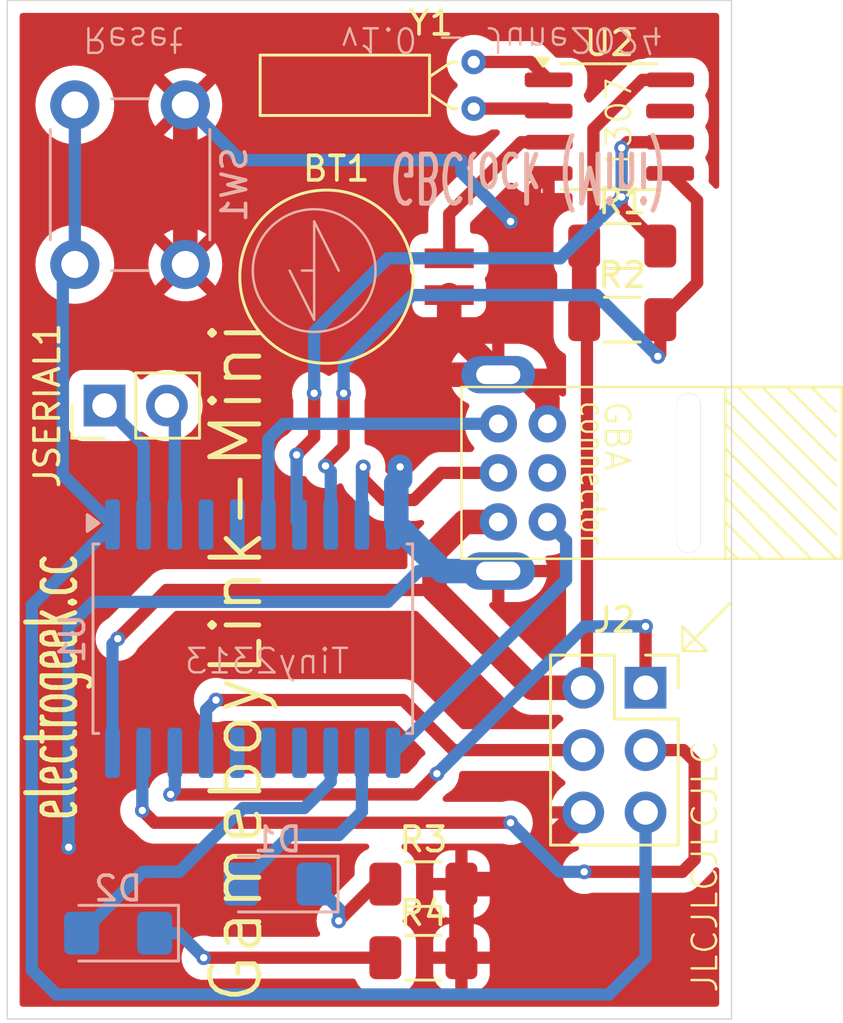
<source format=kicad_pcb>
(kicad_pcb (version 20240108) (generator "pcbnew") (generator_version "8.0")
  (title_block (title "GameboyLink Mini") (date "2024-05-25") (company "electrogeek.cc"))
  (layers (0 "F.Cu" signal) (31 "B.Cu" signal) (34 "B.Paste" user) (35 "F.Paste" user) (36 "B.SilkS" user "B.Silkscreen") (37 "F.SilkS" user "F.Silkscreen") (38 "B.Mask" user) (39 "F.Mask" user) (44 "Edge.Cuts" user))
  (net 0 "")
  (net 1 "/GND")
  (net 2 "Net-(BT1-+)")
  (net 3 "/L1")
  (net 4 "Net-(D1-K)")
  (net 5 "Net-(D2-K)")
  (net 6 "/L2")
  (net 7 "/GB_CLK")
  (net 8 "/VCC")
  (net 9 "/GB_IN")
  (net 11 "/GB_OUT")
  (net 12 "/MISO")
  (net 13 "/~RESET")
  (net 14 "/SCK")
  (net 15 "/MOSI")
  (net 16 "Net-(JSERIAL1-Pin_1)")
  (net 17 "Net-(JSERIAL1-Pin_2)")
  (net 19 "Net-(U1-PD3)")
  (net 20 "Net-(U1-PD4)")
  (net 24 "Net-(U2-X1)")
  (net 26 "Net-(U2-X2)")
  (footprint "kalshagar:GBA_Link_Connector_Male" (layer "F.Cu") (at 187.25 83.244 -90)
    (property "Reference" "J1" (hide yes))
    (property "Value" "~")
    (fp_line (start 1.5 -1.75) (end 8.5 -1.75) (stroke (width 0.1)) (layer "F.SilkS"))
    (fp_line (start 8.5 -1.75) (end 8.5 -17.25) (stroke (width 0.1)) (layer "F.SilkS"))
    (fp_line (start 2 -12.5) (end 3 -12.5) (stroke (width 0.1)) (layer "F.SilkS"))
    (fp_line (start 3 -12.5) (end 7.5 -17) (stroke (width 0.1)) (layer "F.SilkS"))
    (fp_line (start 4 -12.5) (end 5 -12.5) (stroke (width 0.1)) (layer "F.SilkS"))
    (fp_line (start 5 -12.5) (end 8.5 -16) (stroke (width 0.1)) (layer "F.SilkS"))
    (fp_line (start 7 -12.5) (end 8.5 -14) (stroke (width 0.1)) (layer "F.SilkS"))
    (fp_line (start 1.5 -13) (end 5.5 -17) (stroke (width 0.1)) (layer "F.SilkS"))
    (fp_line (start 8.5 -13) (end 8 -12.5) (stroke (width 0.1)) (layer "F.SilkS"))
    (fp_line (start 1.5 -14) (end 1.5 -13) (stroke (width 0.1)) (layer "F.SilkS"))
    (fp_line (start 8.5 -14) (end 8.5 -13) (stroke (width 0.1)) (layer "F.SilkS"))
    (fp_line (start 8.5 -14.875) (end 6 -12.5) (stroke (width 0.1)) (layer "F.SilkS"))
    (fp_line (start 1.5 -15) (end 3.5 -17) (stroke (width 0.1)) (layer "F.SilkS"))
    (fp_line (start 1.5 -16) (end 1.5 -15) (stroke (width 0.1)) (layer "F.SilkS"))
    (fp_line (start 8.5 -16) (end 8.5 -14.875) (stroke (width 0.1)) (layer "F.SilkS"))
    (fp_line (start 2.5 -17) (end 1.5 -16) (stroke (width 0.1)) (layer "F.SilkS"))
    (fp_line (start 4.5 -17) (end 1.5 -14) (stroke (width 0.1)) (layer "F.SilkS"))
    (fp_line (start 6.5 -17) (end 2 -12.5) (stroke (width 0.1)) (layer "F.SilkS"))
    (fp_line (start 8.5 -17) (end 4 -12.5) (stroke (width 0.1)) (layer "F.SilkS"))
    (fp_line (start 1.5 -17.25) (end 1.5 -1.75) (stroke (width 0.1)) (layer "F.SilkS"))
    (fp_line (start 8.5 -17.25) (end 1.5 -17.25) (stroke (width 0.1)) (layer "F.SilkS"))
    (fp_rect (start 5 -12.5) (end 6 -12.5) (stroke (width 0.1)) (fill none) (layer "F.SilkS"))
    (fp_rect (start 1.5 -17.25) (end 8.5 -12.5) (stroke (width 0.1)) (fill none) (layer "F.SilkS"))
    (fp_text user "GBA" (at 2 -7.5 -90) (layer "F.SilkS") (effects (font (thickness 0.1)) (justify left bottom)))
    (fp_text user "connector" (at 2 -6.5 -90) (layer "F.SilkS") (effects (font (size 1 0.8) (thickness 0.1)) (justify left bottom)))
    (pad "1" thru_hole circle (at 7 -3.25 270) (size 1.524 1.524) (drill 0.762) (layers "*.Cu" "*.Mask") (net 8 "/VCC"))
    (pad "2" thru_hole circle (at 5 -3.25 270) (size 1.524 1.524) (drill 0.762) (layers "*.Cu" "*.Mask") (net 9 "/GB_IN"))
    (pad "3" thru_hole circle (at 3 -3.25 270) (size 1.524 1.524) (drill 0.762) (layers "*.Cu" "*.Mask") (net 7 "/GB_CLK"))
    (pad "4" thru_hole circle (at 7 -5.25 270) (size 1.524 1.524) (drill 0.762) (layers "*.Cu" "*.Mask") (net 11 "/GB_OUT"))
    (pad "5" thru_hole circle (at 5 -5.25 270) (size 1.524 1.524) (drill 0.762) (layers "*.Cu" "*.Mask"))
    (pad "6" thru_hole oval (at 1 -3.25 270) (size 1.524 3) (drill oval 0.762 1.8) (layers "*.Cu" "*.Mask") (net 1 "/GND"))
    (pad "6" thru_hole circle (at 3 -5.25 270) (size 1.524 1.524) (drill 0.762) (layers "*.Cu" "*.Mask") (net 1 "/GND"))
    (pad "6" thru_hole oval (at 9 -3.25 270) (size 1.524 3) (drill oval 0.762 1.8) (layers "*.Cu" "*.Mask") (net 1 "/GND"))
    (pad "7" thru_hole oval (at 5 -11) (size 1 6.5) (drill oval 1 6.5) (layers "*.Cu" "*.Mask"))
  )
  (footprint "Crystal:Crystal_C26-LF_D2.1mm_L6.5mm_Horizontal" (layer "F.Cu") (at 189.5 71.5 -90)
    (property "Reference" "Y1" (at -1.6 1.75 0) (layer "F.SilkS"))
    (property "Value" "Crystal")
    (fp_line (start -0.28 8.7) (end 2.18 8.7) (stroke (width 0.12)) (layer "F.SilkS"))
    (fp_line (start 2.18 8.7) (end 2.18 1.8) (stroke (width 0.12)) (layer "F.SilkS"))
    (fp_line (start -0.28 1.8) (end -0.28 8.7) (stroke (width 0.12)) (layer "F.SilkS"))
    (fp_line (start 0.6 1.8) (end 0 0.9) (stroke (width 0.12)) (layer "F.SilkS"))
    (fp_line (start 1.3 1.8) (end 1.9 0.9) (stroke (width 0.12)) (layer "F.SilkS"))
    (fp_line (start 2.18 1.8) (end -0.28 1.8) (stroke (width 0.12)) (layer "F.SilkS"))
    (fp_line (start 0 0.9) (end 0 0.7) (stroke (width 0.12)) (layer "F.SilkS"))
    (fp_line (start 1.9 0.9) (end 1.9 0.7) (stroke (width 0.12)) (layer "F.SilkS"))
    (pad "1" thru_hole circle (at 0 0 270) (size 1 1) (drill 0.5) (layers "*.Cu" "*.Mask") (net 24 "Net-(U2-X1)"))
    (pad "2" thru_hole circle (at 1.9 0 270) (size 1 1) (drill 0.5) (layers "*.Cu" "*.Mask") (net 26 "Net-(U2-X2)"))
  )
  (footprint "Resistor_SMD:R_1206_3216Metric_Pad1.30x1.75mm_HandSolder" (layer "F.Cu") (at 187.45 105)
    (property "Reference" "R3" (at 0 -1.82 0) (layer "F.SilkS"))
    (property "Value" "R")
    (fp_line (start -0.727064 -0.91) (end 0.727064 -0.91) (stroke (width 0.12)) (layer "F.SilkS"))
    (fp_line (start -0.727064 0.91) (end 0.727064 0.91) (stroke (width 0.12)) (layer "F.SilkS"))
    (pad "1" smd roundrect (at -1.55 0) (size 1.3 1.75) (layers "F.Cu" "F.Paste" "F.Mask") (roundrect_rratio 0.192308) (net 4 "Net-(D1-K)"))
    (pad "2" smd roundrect (at 1.55 0) (size 1.3 1.75) (layers "F.Cu" "F.Paste" "F.Mask") (roundrect_rratio 0.192308) (net 1 "/GND"))
  )
  (footprint "Battery:BatteryHolder_Seiko_MS621F" (layer "F.Cu") (at 188.5 80.25)
    (property "Reference" "BT1" (at -4.6 -4.4 0) (layer "F.SilkS"))
    (property "Value" "Battery_Cell")
    (fp_circle (center -5 0) (end -1.47 0) (stroke (width 0.12)) (fill none) (layer "F.SilkS"))
    (pad "1" smd rect (at 0 -0.75) (size 2 0.8) (layers "F.Cu" "F.Paste" "F.Mask") (net 2 "Net-(BT1-+)"))
    (pad "2" smd rect (at 0 0.75) (size 2 0.8) (layers "F.Cu" "F.Paste" "F.Mask") (net 1 "/GND"))
  )
  (footprint "Resistor_SMD:R_1206_3216Metric_Pad1.30x1.75mm_HandSolder" (layer "F.Cu") (at 187.45 108)
    (property "Reference" "R4" (at 0 -1.82 0) (layer "F.SilkS"))
    (property "Value" "R")
    (fp_line (start -0.727064 -0.91) (end 0.727064 -0.91) (stroke (width 0.12)) (layer "F.SilkS"))
    (fp_line (start -0.727064 0.91) (end 0.727064 0.91) (stroke (width 0.12)) (layer "F.SilkS"))
    (pad "1" smd roundrect (at -1.55 0) (size 1.3 1.75) (layers "F.Cu" "F.Paste" "F.Mask") (roundrect_rratio 0.192308) (net 5 "Net-(D2-K)"))
    (pad "2" smd roundrect (at 1.55 0) (size 1.3 1.75) (layers "F.Cu" "F.Paste" "F.Mask") (roundrect_rratio 0.192308) (net 1 "/GND"))
  )
  (footprint "Resistor_SMD:R_1206_3216Metric_Pad1.30x1.75mm_HandSolder" (layer "F.Cu") (at 195.55 82)
    (property "Reference" "R2" (at 0 -1.82 0) (layer "F.SilkS"))
    (property "Value" "10k")
    (fp_line (start -0.727064 -0.91) (end 0.727064 -0.91) (stroke (width 0.12)) (layer "F.SilkS"))
    (fp_line (start -0.727064 0.91) (end 0.727064 0.91) (stroke (width 0.12)) (layer "F.SilkS"))
    (pad "1" smd roundrect (at -1.55 0) (size 1.3 1.75) (layers "F.Cu" "F.Paste" "F.Mask") (roundrect_rratio 0.192308) (net 8 "/VCC"))
    (pad "2" smd roundrect (at 1.55 0) (size 1.3 1.75) (layers "F.Cu" "F.Paste" "F.Mask") (roundrect_rratio 0.192308) (net 20 "Net-(U1-PD4)"))
  )
  (footprint "Resistor_SMD:R_1206_3216Metric_Pad1.30x1.75mm_HandSolder" (layer "F.Cu") (at 195.55 79)
    (property "Reference" "R1" (at 0 -1.82 0) (layer "F.SilkS"))
    (property "Value" "10k")
    (fp_line (start -0.727064 -0.91) (end 0.727064 -0.91) (stroke (width 0.12)) (layer "F.SilkS"))
    (fp_line (start -0.727064 0.91) (end 0.727064 0.91) (stroke (width 0.12)) (layer "F.SilkS"))
    (pad "1" smd roundrect (at -1.55 0) (size 1.3 1.75) (layers "F.Cu" "F.Paste" "F.Mask") (roundrect_rratio 0.192308) (net 8 "/VCC"))
    (pad "2" smd roundrect (at 1.55 0) (size 1.3 1.75) (layers "F.Cu" "F.Paste" "F.Mask") (roundrect_rratio 0.192308) (net 19 "Net-(U1-PD3)"))
  )
  (footprint "Package_SO:SOIC-8_3.9x4.9mm_P1.27mm" (layer "F.Cu") (at 195.025 74.135)
    (property "Reference" "U2" (at 0 -3.4 0) (layer "F.SilkS"))
    (property "Value" "DS1307Z+")
    (fp_line (start 0 -2.56) (end -1.95 -2.56) (stroke (width 0.12)) (layer "F.SilkS"))
    (fp_line (start 0 -2.56) (end 1.95 -2.56) (stroke (width 0.12)) (layer "F.SilkS"))
    (fp_line (start 0 2.56) (end -1.95 2.56) (stroke (width 0.12)) (layer "F.SilkS"))
    (fp_line (start 0 2.56) (end 1.95 2.56) (stroke (width 0.12)) (layer "F.SilkS"))
    (fp_poly (pts (xy -2.7 -2.465) (xy -2.94 -2.795) (xy -2.46 -2.795) (xy -2.7 -2.465)) (stroke (width 0.12)) (fill solid) (layer "F.SilkS"))
    (pad "1" smd roundrect (at -2.475 -1.905) (size 1.95 0.6) (layers "F.Cu" "F.Paste" "F.Mask") (net 24 "Net-(U2-X1)"))
    (pad "2" smd roundrect (at -2.475 -0.635) (size 1.95 0.6) (layers "F.Cu" "F.Paste" "F.Mask") (net 26 "Net-(U2-X2)"))
    (pad "3" smd roundrect (at -2.475 0.635) (size 1.95 0.6) (layers "F.Cu" "F.Paste" "F.Mask") (net 2 "Net-(BT1-+)"))
    (pad "4" smd roundrect (at -2.475 1.905) (size 1.95 0.6) (layers "F.Cu" "F.Paste" "F.Mask") (net 1 "/GND"))
    (pad "5" smd roundrect (at 2.475 1.905) (size 1.95 0.6) (layers "F.Cu" "F.Paste" "F.Mask") (net 20 "Net-(U1-PD4)"))
    (pad "6" smd roundrect (at 2.475 0.635) (size 1.95 0.6) (layers "F.Cu" "F.Paste" "F.Mask") (net 19 "Net-(U1-PD3)"))
    (pad "7" smd roundrect (at 2.475 -0.635) (size 1.95 0.6) (layers "F.Cu" "F.Paste" "F.Mask"))
    (pad "8" smd roundrect (at 2.475 -1.905) (size 1.95 0.6) (layers "F.Cu" "F.Paste" "F.Mask") (net 8 "/VCC"))
  )
  (footprint "Connector_PinHeader_2.54mm:PinHeader_1x02_P2.54mm_Vertical" (layer "F.Cu") (at 174.46 85.5 90)
    (property "Reference" "JSERIAL1" (at 0 -2.33 90) (layer "F.SilkS"))
    (property "Value" "Conn_01x02")
    (fp_line (start -1.33 -1.33) (end 0 -1.33) (stroke (width 0.12)) (layer "F.SilkS"))
    (fp_line (start -1.33 0) (end -1.33 -1.33) (stroke (width 0.12)) (layer "F.SilkS"))
    (fp_line (start 1.33 1.27) (end 1.33 3.87) (stroke (width 0.12)) (layer "F.SilkS"))
    (fp_line (start -1.33 1.27) (end 1.33 1.27) (stroke (width 0.12)) (layer "F.SilkS"))
    (fp_line (start -1.33 1.27) (end -1.33 3.87) (stroke (width 0.12)) (layer "F.SilkS"))
    (fp_line (start -1.33 3.87) (end 1.33 3.87) (stroke (width 0.12)) (layer "F.SilkS"))
    (pad "1" thru_hole rect (at 0 0 90) (size 1.7 1.7) (drill 1) (layers "*.Cu" "*.Mask") (net 16 "Net-(JSERIAL1-Pin_1)"))
    (pad "2" thru_hole oval (at 0 2.54 90) (size 1.7 1.7) (drill 1) (layers "*.Cu" "*.Mask") (net 17 "Net-(JSERIAL1-Pin_2)"))
  )
  (footprint "Connector_PinSocket_2.54mm:PinSocket_2x03_P2.54mm_Vertical" (layer "F.Cu") (at 196.5 97)
    (property "Reference" "J2" (at -1.27 -2.77 0) (layer "F.SilkS"))
    (property "Value" "AVR-ISP-6")
    (fp_line (start -3.87 -1.33) (end -3.87 6.41) (stroke (width 0.12)) (layer "F.SilkS"))
    (fp_line (start -3.87 -1.33) (end -1.27 -1.33) (stroke (width 0.12)) (layer "F.SilkS"))
    (fp_line (start -3.87 6.41) (end 1.33 6.41) (stroke (width 0.12)) (layer "F.SilkS"))
    (fp_line (start -1.27 -1.33) (end -1.27 1.27) (stroke (width 0.12)) (layer "F.SilkS"))
    (fp_line (start -1.27 1.27) (end 1.33 1.27) (stroke (width 0.12)) (layer "F.SilkS"))
    (fp_line (start 0 -1.33) (end 1.33 -1.33) (stroke (width 0.12)) (layer "F.SilkS"))
    (fp_line (start 1.33 -1.33) (end 1.33 0) (stroke (width 0.12)) (layer "F.SilkS"))
    (fp_line (start 1.33 1.27) (end 1.33 6.41) (stroke (width 0.12)) (layer "F.SilkS"))
    (pad "1" thru_hole rect (at 0 0) (size 1.7 1.7) (drill 1) (layers "*.Cu" "*.Mask") (net 12 "/MISO"))
    (pad "2" thru_hole oval (at -2.54 0) (size 1.7 1.7) (drill 1) (layers "*.Cu" "*.Mask") (net 8 "/VCC"))
    (pad "3" thru_hole oval (at 0 2.54) (size 1.7 1.7) (drill 1) (layers "*.Cu" "*.Mask") (net 14 "/SCK"))
    (pad "4" thru_hole oval (at -2.54 2.54) (size 1.7 1.7) (drill 1) (layers "*.Cu" "*.Mask") (net 15 "/MOSI"))
    (pad "5" thru_hole oval (at 0 5.08) (size 1.7 1.7) (drill 1) (layers "*.Cu" "*.Mask") (net 13 "/~RESET"))
    (pad "6" thru_hole oval (at -2.54 5.08) (size 1.7 1.7) (drill 1) (layers "*.Cu" "*.Mask") (net 1 "/GND"))
  )
  (footprint "Button_Switch_THT:SW_PUSH_6mm" (layer "B.Cu") (at 177.75 79.75 90)
    (property "Reference" "SW1" (at 3.25 2 90) (layer "B.SilkS") (effects (justify mirror)))
    (property "Value" "SW_Reset")
    (fp_line (start 5.5 -5.5) (end 1 -5.5) (stroke (width 0.12)) (layer "B.SilkS"))
    (fp_line (start -0.25 -3) (end -0.25 -1.5) (stroke (width 0.12)) (layer "B.SilkS"))
    (fp_line (start 6.75 -1.5) (end 6.75 -3) (stroke (width 0.12)) (layer "B.SilkS"))
    (fp_line (start 1 1) (end 5.5 1) (stroke (width 0.12)) (layer "B.SilkS"))
    (pad "1" thru_hole circle (at 0 0) (size 2 2) (drill 1.1) (layers "*.Cu" "*.Mask") (net 1 "/GND"))
    (pad "1" thru_hole circle (at 6.5 0) (size 2 2) (drill 1.1) (layers "*.Cu" "*.Mask") (net 1 "/GND"))
    (pad "2" thru_hole circle (at 0 -4.5) (size 2 2) (drill 1.1) (layers "*.Cu" "*.Mask") (net 13 "/~RESET"))
    (pad "2" thru_hole circle (at 6.5 -4.5) (size 2 2) (drill 1.1) (layers "*.Cu" "*.Mask") (net 13 "/~RESET"))
  )
  (footprint "LED_SMD:LED_1206_3216Metric_Pad1.42x1.75mm_HandSolder" (layer "B.Cu") (at 181.5125 105 180)
    (property "Reference" "D1" (at 0 1.82 180) (layer "B.SilkS") (effects (justify mirror)))
    (property "Value" "LED")
    (fp_line (start 1.6 -1.135) (end -2.46 -1.135) (stroke (width 0.12)) (layer "B.SilkS"))
    (fp_line (start -2.46 1.135) (end 1.6 1.135) (stroke (width 0.12)) (layer "B.SilkS"))
    (fp_line (start -2.46 -1.135) (end -2.46 1.135) (stroke (width 0.12)) (layer "B.SilkS"))
    (pad "1" smd roundrect (at -1.4875 0 180) (size 1.425 1.75) (layers "B.Cu" "B.Paste" "B.Mask") (roundrect_rratio 0.175439) (net 4 "Net-(D1-K)"))
    (pad "2" smd roundrect (at 1.4875 0 180) (size 1.425 1.75) (layers "B.Cu" "B.Paste" "B.Mask") (roundrect_rratio 0.175439) (net 3 "/L1"))
  )
  (footprint "LED_SMD:LED_1206_3216Metric_Pad1.42x1.75mm_HandSolder" (layer "B.Cu") (at 175.0125 107 180)
    (property "Reference" "D2" (at 0 1.82 180) (layer "B.SilkS") (effects (justify mirror)))
    (property "Value" "LED")
    (fp_line (start 1.6 -1.135) (end -2.46 -1.135) (stroke (width 0.12)) (layer "B.SilkS"))
    (fp_line (start -2.46 1.135) (end 1.6 1.135) (stroke (width 0.12)) (layer "B.SilkS"))
    (fp_line (start -2.46 -1.135) (end -2.46 1.135) (stroke (width 0.12)) (layer "B.SilkS"))
    (pad "1" smd roundrect (at -1.4875 0 180) (size 1.425 1.75) (layers "B.Cu" "B.Paste" "B.Mask") (roundrect_rratio 0.175439) (net 5 "Net-(D2-K)"))
    (pad "2" smd roundrect (at 1.4875 0 180) (size 1.425 1.75) (layers "B.Cu" "B.Paste" "B.Mask") (roundrect_rratio 0.175439) (net 6 "/L2"))
  )
  (footprint "Package_SO:SOIC-20W_7.5x12.8mm_P1.27mm" (layer "B.Cu") (at 180.5 95 -90)
    (property "Reference" "U1" (at 0 7.35 90) (layer "B.SilkS") (effects (justify mirror)))
    (property "Value" "ATtiny2313-20S")
    (fp_line (start -3.86 6.51) (end 0 6.51) (stroke (width 0.12)) (layer "B.SilkS"))
    (fp_line (start 3.86 6.51) (end 0 6.51) (stroke (width 0.12)) (layer "B.SilkS"))
    (fp_line (start -3.86 6.275) (end -3.86 6.51) (stroke (width 0.12)) (layer "B.SilkS"))
    (fp_line (start 3.86 6.275) (end 3.86 6.51) (stroke (width 0.12)) (layer "B.SilkS"))
    (fp_line (start -3.86 -6.275) (end -3.86 -6.51) (stroke (width 0.12)) (layer "B.SilkS"))
    (fp_line (start 3.86 -6.275) (end 3.86 -6.51) (stroke (width 0.12)) (layer "B.SilkS"))
    (fp_line (start -3.86 -6.51) (end 0 -6.51) (stroke (width 0.12)) (layer "B.SilkS"))
    (fp_line (start 3.86 -6.51) (end 0 -6.51) (stroke (width 0.12)) (layer "B.SilkS"))
    (fp_poly (pts (xy -4.7125 6.275) (xy -5.0525 6.745) (xy -4.3725 6.745) (xy -4.7125 6.275)) (stroke (width 0.12)) (fill solid) (layer "B.SilkS"))
    (pad "1" smd roundrect (at -4.65 5.715 270) (size 2.05 0.6) (layers "B.Cu" "B.Paste" "B.Mask") (net 13 "/~RESET"))
    (pad "2" smd roundrect (at -4.65 4.445 270) (size 2.05 0.6) (layers "B.Cu" "B.Paste" "B.Mask") (net 16 "Net-(JSERIAL1-Pin_1)"))
    (pad "3" smd roundrect (at -4.65 3.175 270) (size 2.05 0.6) (layers "B.Cu" "B.Paste" "B.Mask") (net 17 "Net-(JSERIAL1-Pin_2)"))
    (pad "4" smd roundrect (at -4.65 1.905 270) (size 2.05 0.6) (layers "B.Cu" "B.Paste" "B.Mask"))
    (pad "5" smd roundrect (at -4.65 0.635 270) (size 2.05 0.6) (layers "B.Cu" "B.Paste" "B.Mask"))
    (pad "6" smd roundrect (at -4.65 -0.635 270) (size 2.05 0.6) (layers "B.Cu" "B.Paste" "B.Mask") (net 7 "/GB_CLK"))
    (pad "7" smd roundrect (at -4.65 -1.905 270) (size 2.05 0.6) (layers "B.Cu" "B.Paste" "B.Mask") (net 19 "Net-(U1-PD3)"))
    (pad "8" smd roundrect (at -4.65 -3.175 270) (size 2.05 0.6) (layers "B.Cu" "B.Paste" "B.Mask") (net 20 "Net-(U1-PD4)"))
    (pad "9" smd roundrect (at -4.65 -4.445 270) (size 2.05 0.6) (layers "B.Cu" "B.Paste" "B.Mask") (net 9 "/GB_IN"))
    (pad "10" smd roundrect (at -4.65 -5.715 270) (size 2.05 0.6) (layers "B.Cu" "B.Paste" "B.Mask") (net 1 "/GND"))
    (pad "11" smd roundrect (at 4.65 -5.715 270) (size 2.05 0.6) (layers "B.Cu" "B.Paste" "B.Mask") (net 11 "/GB_OUT"))
    (pad "12" smd roundrect (at 4.65 -4.445 270) (size 2.05 0.6) (layers "B.Cu" "B.Paste" "B.Mask") (net 3 "/L1"))
    (pad "13" smd roundrect (at 4.65 -3.175 270) (size 2.05 0.6) (layers "B.Cu" "B.Paste" "B.Mask") (net 6 "/L2"))
    (pad "14" smd roundrect (at 4.65 -1.905 270) (size 2.05 0.6) (layers "B.Cu" "B.Paste" "B.Mask"))
    (pad "15" smd roundrect (at 4.65 -0.635 270) (size 2.05 0.6) (layers "B.Cu" "B.Paste" "B.Mask"))
    (pad "16" smd roundrect (at 4.65 0.635 270) (size 2.05 0.6) (layers "B.Cu" "B.Paste" "B.Mask"))
    (pad "17" smd roundrect (at 4.65 1.905 270) (size 2.05 0.6) (layers "B.Cu" "B.Paste" "B.Mask") (net 15 "/MOSI"))
    (pad "18" smd roundrect (at 4.65 3.175 270) (size 2.05 0.6) (layers "B.Cu" "B.Paste" "B.Mask") (net 12 "/MISO"))
    (pad "19" smd roundrect (at 4.65 4.445 270) (size 2.05 0.6) (layers "B.Cu" "B.Paste" "B.Mask") (net 14 "/SCK"))
    (pad "20" smd roundrect (at 4.65 5.715 270) (size 2.05 0.6) (layers "B.Cu" "B.Paste" "B.Mask") (net 8 "/VCC"))
  )
  (gr_line (start 183 78) (end 184 80) (stroke (width 0.1)) (layer "B.SilkS"))
  (gr_line (start 182 80) (end 183 82) (stroke (width 0.1)) (layer "B.SilkS"))
  (gr_circle (center 183 80) (end 185.5 80) (stroke (width 0.1)) (fill none) (layer "B.SilkS"))
  (gr_line (start 183 80) (end 182.5 80) (stroke (width 0.1)) (layer "B.SilkS"))
  (gr_line (start 183 82) (end 183 78) (stroke (width 0.1)) (layer "B.SilkS"))
  (gr_line (start 198.5 95) (end 200 93.5) (stroke (width 0.1)) (layer "F.SilkS"))
  (gr_line (start 198.5 95) (end 198 95.5) (stroke (width 0.1)) (layer "F.SilkS"))
  (gr_line (start 198 95.5) (end 198 94.5) (stroke (width 0.1)) (layer "F.SilkS"))
  (gr_line (start 199 95.5) (end 198 95.5) (stroke (width 0.1)) (layer "F.SilkS"))
  (gr_line (start 200 93.5) (end 198.5 95) (stroke (width 0.1)) (layer "F.SilkS"))
  (gr_line (start 198 94.5) (end 199 95.5) (stroke (width 0.1)) (layer "F.SilkS"))
  (gr_line (start 170.5 110.5) (end 170.5 69) (stroke (width 0.05)) (layer "Edge.Cuts"))
  (gr_line (start 170.5 69) (end 200 69) (stroke (width 0.05)) (layer "Edge.Cuts"))
  (gr_line (start 200 110.5) (end 170.5 110.5) (stroke (width 0.05)) (layer "Edge.Cuts"))
  (gr_line (start 200 69) (end 200 110.5) (stroke (width 0.05)) (layer "Edge.Cuts"))
  (gr_text "GBClock (Mini)" (at 186 75 180) (layer "B.SilkS") (effects (font (size 2 1) (thickness 0.2) (bold yes)) (justify left bottom mirror)))
  (gr_text "Tiny2313" (at 184.5 96.5 -0) (layer "B.SilkS") (effects (font (size 1 1) (thickness 0.1)) (justify left bottom mirror)))
  (gr_text "Reset" (at 173.5 70 180) (layer "B.SilkS") (effects (font (size 1 1) (thickness 0.1)) (justify left bottom mirror)))
  (gr_text "v1.0 - June2024" (at 184 70 180) (layer "B.SilkS") (effects (font (size 1 1) (thickness 0.1)) (justify left bottom mirror)))
  (gr_text "1307" (at 196 76 90) (layer "F.SilkS") (effects (font (size 1 1) (thickness 0.1)) (justify left bottom)))
  (gr_text "electrogeek.cc" (at 173.5 102.5 90) (layer "F.SilkS") (effects (font (size 2 1) (thickness 0.2)) (justify left bottom)))
  (gr_text "JLCJLCJLCJLC" (at 199.5 109.5 90) (layer "F.SilkS") (effects (font (size 1 1) (thickness 0.1)) (justify left bottom)))
  (gr_text "GameboyLink-Mini" (at 181 110 90) (layer "F.SilkS") (effects (font (size 2 2) (thickness 0.2) (bold yes)) (justify left bottom)))
  (segment (start 192.5 85.22) (end 192.5 86.244) (width 1) (layer "F.Cu") (net 1))
  (segment (start 177.5 109.5) (end 178.5 109.5) (width 0.5) (layer "F.Cu") (net 1))
  (segment (start 192 76.59) (end 192.55 76.04) (width 0.5) (layer "F.Cu") (net 1))
  (segment (start 189 105) (end 191 105) (width 1) (layer "F.Cu") (net 1))
  (segment (start 177.75 73.25) (end 177.75 79.75) (width 1) (layer "F.Cu") (net 1))
  (segment (start 173 103.5) (end 173 105) (width 0.5) (layer "F.Cu") (net 1))
  (segment (start 173 105) (end 177.5 109.5) (width 0.5) (layer "F.Cu") (net 1))
  (segment (start 188.5 82.244) (end 190.5 84.244) (width 1) (layer "F.Cu") (net 1))
  (segment (start 192 79.1) (end 192 78) (width 0.5) (layer "F.Cu") (net 1))
  (segment (start 186.5 85) (end 186.5 88) (width 1) (layer "F.Cu") (net 1))
  (segment (start 190.5 84.244) (end 191.524 84.244) (width 1) (layer "F.Cu") (net 1))
  (segment (start 188.5 81) (end 188.5 82.244) (width 1) (layer "F.Cu") (net 1))
  (segment (start 190.1 81) (end 192 79.1) (width 0.5) (layer "F.Cu") (net 1))
  (segment (start 178.5 109.5) (end 178.725 109.725) (width 0.5) (layer "F.Cu") (net 1))
  (segment (start 190.5 84.244) (end 187.256 84.244) (width 1) (layer "F.Cu") (net 1))
  (segment (start 192 78) (end 192 76.59) (width 0.5) (layer "F.Cu") (net 1))
  (segment (start 187.256 84.244) (end 186.5 85) (width 1) (layer "F.Cu") (net 1))
  (segment (start 192 78) (end 191 78) (width 0.5) (layer "F.Cu") (net 1))
  (segment (start 189 109.5) (end 189 108) (width 0.5) (layer "F.Cu") (net 1))
  (segment (start 188.5 81) (end 190.1 81) (width 0.5) (layer "F.Cu") (net 1))
  (segment (start 188.775 109.725) (end 189 109.5) (width 0.5) (layer "F.Cu") (net 1))
  (segment (start 189 105) (end 189 108) (width 1) (layer "F.Cu") (net 1))
  (segment (start 191.524 84.244) (end 192.5 85.22) (width 1) (layer "F.Cu") (net 1))
  (segment (start 191 105) (end 193.92 102.08) (width 1) (layer "F.Cu") (net 1))
  (segment (start 193.92 102.08) (end 193.96 102.08) (width 1) (layer "F.Cu") (net 1))
  (segment (start 178.725 109.725) (end 188.775 109.725) (width 0.5) (layer "F.Cu") (net 1))
  (via (at 186.5 88) (size 0.6) (drill 0.3) (layers "F.Cu" "B.Cu") (net 1))
  (via (at 173 103.5) (size 0.6) (drill 0.3) (layers "F.Cu" "B.Cu") (net 1))
  (via (at 191 78) (size 0.6) (drill 0.3) (layers "F.Cu" "B.Cu") (net 1))
  (segment (start 173 94.5) (end 173 103.5) (width 0.5) (layer "B.Cu") (net 1))
  (segment (start 187.256 92.244) (end 186 93.5) (width 0.5) (layer "B.Cu") (net 1))
  (segment (start 186.5 88.5) (end 186.345 88.655) (width 1) (layer "B.Cu") (net 1))
  (segment (start 174 93.5) (end 173 94.5) (width 0.5) (layer "B.Cu") (net 1))
  (segment (start 186.345 88.655) (end 186.345 90.35) (width 1) (layer "B.Cu") (net 1))
  (segment (start 191 78) (end 189 76) (width 0.5) (layer "B.Cu") (net 1))
  (segment (start 190.5 92.244) (end 187.256 92.244) (width 0.5) (layer "B.Cu") (net 1))
  (segment (start 186.5 88) (end 186.5 88.5) (width 1) (layer "B.Cu") (net 1))
  (segment (start 189 76) (end 189 75.5) (width 0.5) (layer "B.Cu") (net 1))
  (segment (start 186 93.5) (end 174 93.5) (width 0.5) (layer "B.Cu") (net 1))
  (segment (start 180 75.5) (end 177.75 73.25) (width 0.5) (layer "B.Cu") (net 1))
  (segment (start 190.5 92.244) (end 188.239 92.244) (width 1) (layer "B.Cu") (net 1))
  (segment (start 189 75.5) (end 180 75.5) (width 0.5) (layer "B.Cu") (net 1))
  (segment (start 188.239 92.244) (end 186.345 90.35) (width 1) (layer "B.Cu") (net 1))
  (segment (start 191.42663 74.77) (end 188.5 77.69663) (width 0.5) (layer "F.Cu") (net 2))
  (segment (start 192.55 74.77) (end 191.42663 74.77) (width 0.5) (layer "F.Cu") (net 2))
  (segment (start 188.5 77.69663) (end 188.5 79.5) (width 0.5) (layer "F.Cu") (net 2))
  (segment (start 184.945 102.055) (end 184 103) (width 0.5) (layer "B.Cu") (net 3))
  (segment (start 182.025 103) (end 180.025 105) (width 0.5) (layer "B.Cu") (net 3))
  (segment (start 184.945 99.65) (end 184.945 102.055) (width 0.5) (layer "B.Cu") (net 3))
  (segment (start 184 103) (end 182.025 103) (width 0.5) (layer "B.Cu") (net 3))
  (segment (start 185.9 105) (end 185.5 105) (width 0.5) (layer "F.Cu") (net 4))
  (segment (start 185.5 105) (end 184 106.5) (width 0.5) (layer "F.Cu") (net 4))
  (via (at 184 106.5) (size 0.6) (drill 0.3) (layers "F.Cu" "B.Cu") (net 4))
  (segment (start 184 106) (end 183 105) (width 0.5) (layer "B.Cu") (net 4))
  (segment (start 184 106.5) (end 184 106) (width 0.5) (layer "B.Cu") (net 4))
  (segment (start 178.5 108) (end 185.9 108) (width 0.5) (layer "F.Cu") (net 5))
  (via (at 178.5 108) (size 0.6) (drill 0.3) (layers "F.Cu" "B.Cu") (net 5))
  (segment (start 177.5 107) (end 178.5 108) (width 0.5) (layer "B.Cu") (net 5))
  (segment (start 176.5 107) (end 177.5 107) (width 0.5) (layer "B.Cu") (net 5))
  (segment (start 183.675 99.65) (end 183.675 100.825) (width 0.5) (layer "B.Cu") (net 6))
  (segment (start 180.1 101.9) (end 177.5 104.5) (width 0.5) (layer "B.Cu") (net 6))
  (segment (start 177.5 104.5) (end 176.025 104.5) (width 0.5) (layer "B.Cu") (net 6))
  (segment (start 183.675 100.825) (end 182.6 101.9) (width 0.5) (layer "B.Cu") (net 6))
  (segment (start 182.6 101.9) (end 180.1 101.9) (width 0.5) (layer "B.Cu") (net 6))
  (segment (start 176.025 104.5) (end 173.525 107) (width 0.5) (layer "B.Cu") (net 6))
  (segment (start 181.756 86.244) (end 181.135 86.865) (width 0.5) (layer "B.Cu") (net 7))
  (segment (start 190.5 86.244) (end 181.756 86.244) (width 0.5) (layer "B.Cu") (net 7))
  (segment (start 181.135 86.865) (end 181.135 90.35) (width 0.5) (layer "B.Cu") (net 7))
  (segment (start 187.9 93.015266) (end 191.884734 97) (width 1) (layer "F.Cu") (net 8))
  (segment (start 194.375 74.23163) (end 194.375 78.625) (width 0.5) (layer "F.Cu") (net 8))
  (segment (start 194.375 78.625) (end 194 79) (width 0.5) (layer "F.Cu") (net 8))
  (segment (start 194 82) (end 194.112 82.112) (width 0.5) (layer "F.Cu") (net 8))
  (segment (start 187.9 93.015266) (end 176.984734 93.015266) (width 0.5) (layer "F.Cu") (net 8))
  (segment (start 187.9 91.472734) (end 187.9 93.015266) (width 1) (layer "F.Cu") (net 8))
  (segment (start 176.984734 93.015266) (end 175 95) (width 0.5) (layer "F.Cu") (net 8))
  (segment (start 196.37663 72.23) (end 194.375 74.23163) (width 0.5) (layer "F.Cu") (net 8))
  (segment (start 194.112 82.112) (end 194.112 96.848) (width 0.5) (layer "F.Cu") (net 8))
  (segment (start 189.128734 90.244) (end 187.9 91.472734) (width 1) (layer "F.Cu") (net 8))
  (segment (start 194 79) (end 194 82) (width 1) (layer "F.Cu") (net 8))
  (segment (start 190.5 90.244) (end 189.128734 90.244) (width 1) (layer "F.Cu") (net 8))
  (segment (start 197.5 72.23) (end 196.37663 72.23) (width 0.5) (layer "F.Cu") (net 8))
  (segment (start 194.112 96.848) (end 193.96 97) (width 0.5) (layer "F.Cu") (net 8))
  (segment (start 191.884734 97) (end 193.96 97) (width 1) (layer "F.Cu") (net 8))
  (via (at 175 95) (size 0.6) (drill 0.3) (layers "F.Cu" "B.Cu") (net 8))
  (segment (start 174.785 95.215) (end 174.785 99.65) (width 0.5) (layer "B.Cu") (net 8))
  (segment (start 175 95) (end 174.785 95.215) (width 0.5) (layer "B.Cu") (net 8))
  (segment (start 185 88.5) (end 185 88) (width 0.5) (layer "F.Cu") (net 9))
  (segment (start 185.85 89.35) (end 185 88.5) (width 0.5) (layer "F.Cu") (net 9))
  (segment (start 190.5 88.244) (end 188.165188 88.244) (width 0.5) (layer "F.Cu") (net 9))
  (segment (start 187.059188 89.35) (end 185.85 89.35) (width 0.5) (layer "F.Cu") (net 9))
  (segment (start 188.165188 88.244) (end 187.059188 89.35) (width 0.5) (layer "F.Cu") (net 9))
  (via (at 185 88) (size 0.6) (drill 0.3) (layers "F.Cu" "B.Cu") (net 9))
  (segment (start 184.945 88.055) (end 184.945 90.35) (width 0.5) (layer "B.Cu") (net 9))
  (segment (start 185 88) (end 184.945 88.055) (width 0.5) (layer "B.Cu") (net 9))
  (segment (start 193.261999 92.603001) (end 186.215 99.65) (width 0.5) (layer "B.Cu") (net 11))
  (segment (start 193.261999 91.005999) (end 193.261999 92.603001) (width 0.5) (layer "B.Cu") (net 11))
  (segment (start 192.5 90.244) (end 193.261999 91.005999) (width 0.5) (layer "B.Cu") (net 11))
  (segment (start 196.5 97) (end 196.5 94.5) (width 0.5) (layer "F.Cu") (net 12))
  (segment (start 187.153987 101.346013) (end 177.15 101.346013) (width 0.5) (layer "F.Cu") (net 12))
  (segment (start 188 100.5) (end 187.153987 101.346013) (width 0.5) (layer "F.Cu") (net 12))
  (via (at 177.15 101.346013) (size 0.6) (drill 0.3) (layers "F.Cu" "B.Cu") (net 12))
  (via (at 188 100.5) (size 0.6) (drill 0.3) (layers "F.Cu" "B.Cu") (net 12))
  (via (at 196.5 94.5) (size 0.6) (drill 0.3) (layers "F.Cu" "B.Cu") (net 12))
  (segment (start 177.325 101.171013) (end 177.325 99.65) (width 0.5) (layer "B.Cu") (net 12))
  (segment (start 196.5 94.5) (end 194 94.5) (width 0.5) (layer "B.Cu") (net 12))
  (segment (start 177.15 101.346013) (end 177.325 101.171013) (width 0.5) (layer "B.Cu") (net 12))
  (segment (start 194 94.5) (end 188 100.5) (width 0.5) (layer "B.Cu") (net 12))
  (segment (start 172.76 80.24) (end 173.25 79.75) (width 0.5) (layer "B.Cu") (net 13))
  (segment (start 195 109.5) (end 172.5 109.5) (width 0.5) (layer "B.Cu") (net 13))
  (segment (start 196.5 102.08) (end 196.5 108) (width 0.5) (layer "B.Cu") (net 13))
  (segment (start 173.25 73.25) (end 173.25 79.75) (width 0.5) (layer "B.Cu") (net 13))
  (segment (start 171.5 108.5) (end 171.5 93.635) (width 0.5) (layer "B.Cu") (net 13))
  (segment (start 196.5 108) (end 195 109.5) (width 0.5) (layer "B.Cu") (net 13))
  (segment (start 172.76 88.325) (end 172.76 80.24) (width 0.5) (layer "B.Cu") (net 13))
  (segment (start 172.5 109.5) (end 171.5 108.5) (width 0.5) (layer "B.Cu") (net 13))
  (segment (start 171.5 93.635) (end 174.785 90.35) (width 0.5) (layer "B.Cu") (net 13))
  (segment (start 174.785 90.35) (end 172.76 88.325) (width 0.5) (layer "B.Cu") (net 13))
  (segment (start 191 102.5) (end 176.5 102.5) (width 0.5) (layer "F.Cu") (net 14))
  (segment (start 198 104.5) (end 194 104.5) (width 0.5) (layer "F.Cu") (net 14))
  (segment (start 176.5 102.5) (end 176 102) (width 0.5) (layer "F.Cu") (net 14))
  (segment (start 198.04 99.54) (end 198.5 100) (width 0.5) (layer "F.Cu") (net 14))
  (segment (start 198.5 104) (end 198 104.5) (width 0.5) (layer "F.Cu") (net 14))
  (segment (start 198.5 100) (end 198.5 104) (width 0.5) (layer "F.Cu") (net 14))
  (segment (start 196.5 99.54) (end 198.04 99.54) (width 0.5) (layer "F.Cu") (net 14))
  (via (at 194 104.5) (size 0.6) (drill 0.3) (layers "F.Cu" "B.Cu") (net 14))
  (via (at 191 102.5) (size 0.6) (drill 0.3) (layers "F.Cu" "B.Cu") (net 14))
  (via (at 176 102) (size 0.6) (drill 0.3) (layers "F.Cu" "B.Cu") (net 14))
  (segment (start 193 104.5) (end 191 102.5) (width 0.5) (layer "B.Cu") (net 14))
  (segment (start 176 102) (end 176 99.705) (width 0.5) (layer "B.Cu") (net 14))
  (segment (start 176 99.705) (end 176.055 99.65) (width 0.5) (layer "B.Cu") (net 14))
  (segment (start 194 104.5) (end 193 104.5) (width 0.5) (layer "B.Cu") (net 14))
  (segment (start 193.96 99.54) (end 188.666346 99.54) (width 0.5) (layer "F.Cu") (net 15))
  (segment (start 188.666346 99.54) (end 186.626346 97.5) (width 0.5) (layer "F.Cu") (net 15))
  (segment (start 186.626346 97.5) (end 179 97.5) (width 0.5) (layer "F.Cu") (net 15))
  (via (at 179 97.5) (size 0.6) (drill 0.3) (layers "F.Cu" "B.Cu") (net 15))
  (segment (start 179 97.5) (end 178.595 97.905) (width 0.5) (layer "B.Cu") (net 15))
  (segment (start 178.595 97.905) (end 178.595 99.65) (width 0.5) (layer "B.Cu") (net 15))
  (segment (start 176.055 90.35) (end 176.055 87.095) (width 0.5) (layer "B.Cu") (net 16))
  (segment (start 176.055 87.095) (end 174.46 85.5) (width 0.5) (layer "B.Cu") (net 16))
  (segment (start 177.325 85.825) (end 177 85.5) (width 0.5) (layer "B.Cu") (net 17))
  (segment (start 177.325 90.35) (end 177.325 85.825) (width 0.5) (layer "B.Cu") (net 17))
  (segment (start 195.755 74.77) (end 195.525 75) (width 0.5) (layer "F.Cu") (net 19))
  (segment (start 195.525 77) (end 195.525 77.425) (width 0.5) (layer "F.Cu") (net 19))
  (segment (start 183 86.795173) (end 182.285 87.510173) (width 0.5) (layer "F.Cu") (net 19))
  (segment (start 195.525 77.425) (end 197.1 79) (width 0.5) (layer "F.Cu") (net 19))
  (segment (start 183 85) (end 183 86.795173) (width 0.5) (layer "F.Cu") (net 19))
  (segment (start 197.5 74.77) (end 195.755 74.77) (width 0.5) (layer "F.Cu") (net 19))
  (via (at 195.525 77) (size 0.6) (drill 0.3) (layers "F.Cu" "B.Cu") (net 19))
  (via (at 183 85) (size 0.6) (drill 0.3) (layers "F.Cu" "B.Cu") (net 19))
  (via (at 195.525 75) (size 0.6) (drill 0.3) (layers "F.Cu" "B.Cu") (net 19))
  (via (at 182.285 87.510173) (size 0.6) (drill 0.3) (layers "F.Cu" "B.Cu") (net 19))
  (segment (start 182.285 87.510173) (end 182.285 90.23) (width 0.5) (layer "B.Cu") (net 19))
  (segment (start 183 82.5) (end 183 85) (width 0.5) (layer "B.Cu") (net 19))
  (segment (start 186 79.5) (end 183 82.5) (width 0.5) (layer "B.Cu") (net 19))
  (segment (start 193.025 79.5) (end 186 79.5) (width 0.5) (layer "B.Cu") (net 19))
  (segment (start 195.525 77) (end 193.025 79.5) (width 0.5) (layer "B.Cu") (net 19))
  (segment (start 182.285 90.23) (end 182.405 90.35) (width 0.5) (layer "B.Cu") (net 19))
  (segment (start 195.525 75) (end 195.525 77) (width 0.5) (layer "B.Cu") (net 19))
  (segment (start 198.6 77.14) (end 198.6 80.5) (width 0.5) (layer "F.Cu") (net 20))
  (segment (start 184.200003 87.173651) (end 183.460761 87.912893) (width 0.5) (layer "F.Cu") (net 20))
  (segment (start 197.1 82) (end 197.1 83.4) (width 0.5) (layer "F.Cu") (net 20))
  (segment (start 183.460761 87.912893) (end 183.460761 87.960759) (width 0.5) (layer "F.Cu") (net 20))
  (segment (start 184.200003 85) (end 184.200003 87.173651) (width 0.5) (layer "F.Cu") (net 20))
  (segment (start 198.6 80.5) (end 197.1 82) (width 0.5) (layer "F.Cu") (net 20))
  (segment (start 197.1 83.4) (end 197 83.5) (width 0.5) (layer "F.Cu") (net 20))
  (segment (start 197.5 76.04) (end 198.6 77.14) (width 0.5) (layer "F.Cu") (net 20))
  (via (at 184.200003 85) (size 0.6) (drill 0.3) (layers "F.Cu" "B.Cu") (net 20))
  (via (at 183.460761 87.960759) (size 0.6) (drill 0.3) (layers "F.Cu" "B.Cu") (net 20))
  (via (at 197 83.5) (size 0.6) (drill 0.3) (layers "F.Cu" "B.Cu") (net 20))
  (segment (start 194.5 81) (end 187 81) (width 0.5) (layer "B.Cu") (net 20))
  (segment (start 197 83.5) (end 194.5 81) (width 0.5) (layer "B.Cu") (net 20))
  (segment (start 183.675 88.174998) (end 183.675 90.35) (width 0.5) (layer "B.Cu") (net 20))
  (segment (start 187 81) (end 184.200003 83.799997) (width 0.5) (layer "B.Cu") (net 20))
  (segment (start 183.460761 87.960759) (end 183.675 88.174998) (width 0.5) (layer "B.Cu") (net 20))
  (segment (start 184.200003 83.799997) (end 184.200003 85) (width 0.5) (layer "B.Cu") (net 20))
  (segment (start 191.82 71.5) (end 192.55 72.23) (width 0.5) (layer "F.Cu") (net 24))
  (segment (start 189.5 71.5) (end 191.82 71.5) (width 0.5) (layer "F.Cu") (net 24))
  (segment (start 189.5 73.4) (end 192.45 73.4) (width 0.5) (layer "F.Cu") (net 26))
  (segment (start 192.45 73.4) (end 192.55 73.5) (width 0.5) (layer "F.Cu") (net 26))
  (zone (net 1) (net_name "/GND") (layer "F.Cu") (name "FillGND") (connect_pads (clearance 0.5)) (min_thickness 0.25) (fill yes (thermal_gap 0.5) (thermal_bridge_width 0.5))
    (polygon (pts (xy 170.5 69) (xy 200 69) (xy 200 110.5) (xy 170.5 110.5)))
  )
)
</source>
